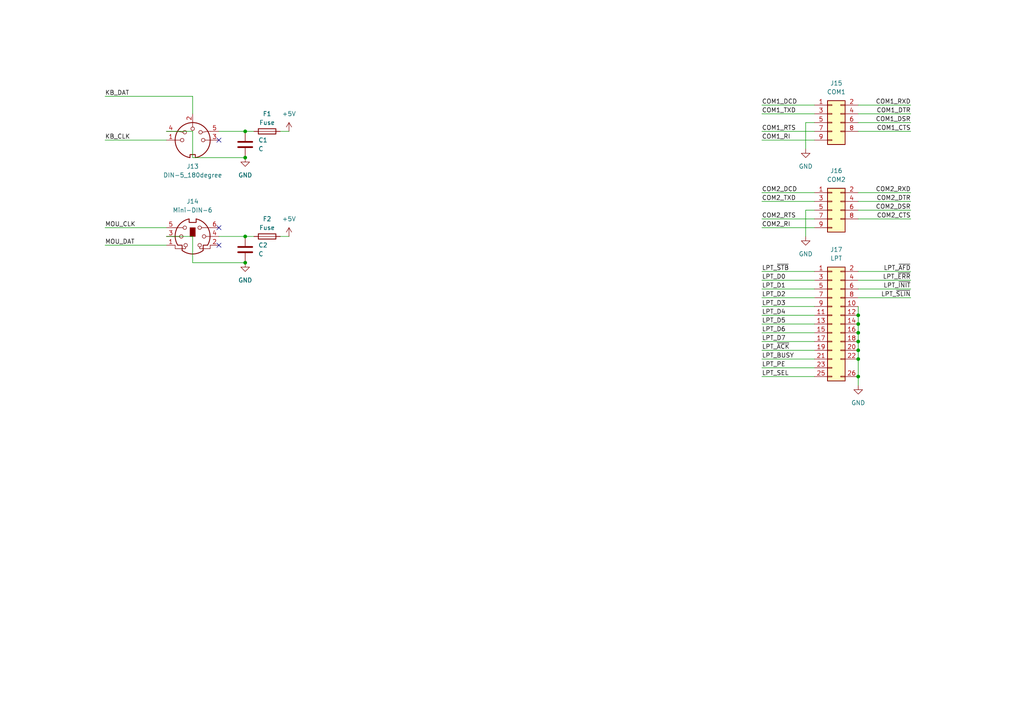
<source format=kicad_sch>
(kicad_sch (version 20230121) (generator eeschema)
  (paper "A4")
  (lib_symbols
    (symbol "Conn_2Rows-09Pins_1" (pin_names (offset 1.016) hide)
      (property "Reference" "J16" (at 1.27 11.43 0))
      (property "Value" "COM" (at 1.27 8.89 0))
      (symbol "Conn_2Rows-09Pins_1_1_1"
        (rectangle (start -1.27 -4.953) (end 0 -5.207) (stroke (width 0.1524)))
        (rectangle (start -1.27 -2.413) (end 0 -2.667) (stroke (width 0.1524)))
        (rectangle (start -1.27 0.127) (end 0 -0.127) (stroke (width 0.1524)))
        (rectangle (start -1.27 2.667) (end 0 2.413) (stroke (width 0.1524)))
        (rectangle (start -1.27 5.207) (end 0 4.953) (stroke (width 0.1524)))
        (rectangle (start -1.27 6.35) (end 3.81 -6.35) (stroke (width 0.254)) (fill (type background)))
        (rectangle (start 3.81 -2.413) (end 2.54 -2.667) (stroke (width 0.1524)))
        (rectangle (start 3.81 0.127) (end 2.54 -0.127) (stroke (width 0.1524)))
        (rectangle (start 3.81 2.667) (end 2.54 2.413) (stroke (width 0.1524)))
        (rectangle (start 3.81 5.207) (end 2.54 4.953) (stroke (width 0.1524)))
        (pin passive line (at -5.08 5.08 0) (length 3.81) (name "Pin_1") (number "1"))
        (pin passive line (at 7.62 5.08 180) (length 3.81) (name "Pin_2") (number "2"))
        (pin passive line (at -5.08 2.54 0) (length 3.81) (name "Pin_3") (number "3"))
        (pin passive line (at 7.62 2.54 180) (length 3.81) (name "Pin_4") (number "4"))
        (pin passive line (at -5.08 0 0) (length 3.81) (name "Pin_5") (number "5"))
        (pin passive line (at 7.62 0 180) (length 3.81) (name "Pin_6") (number "6"))
        (pin passive line (at -5.08 -2.54 0) (length 3.81) (name "Pin_7") (number "7"))
        (pin passive line (at 7.62 -2.54 180) (length 3.81) (name "Pin_8") (number "8"))
        (pin passive line (at -5.08 -5.08 0) (length 3.81) (name "Pin_9") (number "9"))
      )
    )
    (symbol "Connector:DIN-5_180degree" (pin_names (offset 1.016))
      (property "Reference" "J" (at 3.175 5.715 0))
      (property "Value" "DIN-5_180degree" (at 0 -6.35 0))
      (symbol "DIN-5_180degree_0_1"
        (arc (start -5.08 0) (mid -3.8609 -3.3364) (end -0.762 -5.08) (stroke (width 0.254)))
        (circle (center -3.048 0) (radius 0.508))
        (circle (center -2.286 2.286) (radius 0.508))
        (polyline (pts (xy -5.08 0) (xy -3.556 0)))
        (polyline (pts (xy 0 5.08) (xy 0 3.81)))
        (polyline (pts (xy 5.08 0) (xy 3.556 0)))
        (polyline (pts (xy -5.08 2.54) (xy -4.318 2.54) (xy -2.794 2.286)))
        (polyline (pts (xy 5.08 2.54) (xy 4.318 2.54) (xy 2.794 2.286)))
        (polyline (pts (xy -0.762 -4.953) (xy -0.762 -4.191) (xy 0.762 -4.191) (xy 0.762 -4.953)) (stroke (width 0.254)))
        (circle (center 0 3.302) (radius 0.508))
        (arc (start 0.762 -5.08) (mid 3.8685 -3.343) (end 5.08 0) (stroke (width 0.254)))
        (circle (center 2.286 2.286) (radius 0.508))
        (circle (center 3.048 0) (radius 0.508))
        (arc (start 5.08 0) (mid 0 5.0579) (end -5.08 0) (stroke (width 0.254)))
      )
      (symbol "DIN-5_180degree_1_1"
        (pin passive line (at -7.62 0 0) (length 2.54) (name "~") (number "1"))
        (pin passive line (at 0 7.62 270) (length 2.54) (name "~") (number "2"))
        (pin passive line (at 7.62 0 180) (length 2.54) (name "~") (number "3"))
        (pin passive line (at -7.62 2.54 0) (length 2.54) (name "~") (number "4"))
        (pin passive line (at 7.62 2.54 180) (length 2.54) (name "~") (number "5"))
      )
    )
    (symbol "Connector:Mini-DIN-6" (pin_names (offset 1.016))
      (property "Reference" "J" (at 0 6.35 0))
      (property "Value" "Mini-DIN-6" (at 0 -6.35 0))
      (symbol "Mini-DIN-6_0_1"
        (circle (center -3.302 0) (radius 0.508))
        (arc (start -3.048 -4.064) (mid 0 -5.08) (end 3.048 -4.064) (stroke (width 0.254)))
        (circle (center -2.032 -2.54) (radius 0.508))
        (circle (center -2.032 2.54) (radius 0.508))
        (arc (start -1.016 5.08) (mid -4.6228 2.1214) (end -4.318 -2.54) (stroke (width 0.254)))
        (rectangle (start -0.762 2.54) (end 0.762 0) (fill (type outline)))
        (polyline (pts (xy -3.81 0) (xy -5.08 0)))
        (polyline (pts (xy -2.54 2.54) (xy -5.08 2.54)))
        (polyline (pts (xy 2.794 2.54) (xy 5.08 2.54)))
        (polyline (pts (xy 5.08 0) (xy 3.81 0)))
        (polyline (pts (xy -4.318 -2.54) (xy -3.048 -2.54) (xy -3.048 -4.064)) (stroke (width 0.254)))
        (polyline (pts (xy 4.318 -2.54) (xy 3.048 -2.54) (xy 3.048 -4.064)) (stroke (width 0.254)))
        (polyline (pts (xy -2.032 -3.048) (xy -2.032 -3.556) (xy -5.08 -3.556) (xy -5.08 -2.54)))
        (polyline (pts (xy -1.016 5.08) (xy -1.016 4.064) (xy 1.016 4.064) (xy 1.016 5.08)) (stroke (width 0.254)))
        (polyline (pts (xy 2.032 -3.048) (xy 2.032 -3.556) (xy 5.08 -3.556) (xy 5.08 -2.54)))
        (circle (center 2.032 -2.54) (radius 0.508))
        (circle (center 2.286 2.54) (radius 0.508))
        (circle (center 3.302 0) (radius 0.508))
        (arc (start 4.318 -2.54) (mid 4.6661 2.1322) (end 1.016 5.08) (stroke (width 0.254)))
      )
      (symbol "Mini-DIN-6_1_1"
        (pin passive line (at 7.62 -2.54 180) (length 2.54) (name "~") (number "1"))
        (pin passive line (at -7.62 -2.54 0) (length 2.54) (name "~") (number "2"))
        (pin passive line (at 7.62 0 180) (length 2.54) (name "~") (number "3"))
        (pin passive line (at -7.62 0 0) (length 2.54) (name "~") (number "4"))
        (pin passive line (at 7.62 2.54 180) (length 2.54) (name "~") (number "5"))
        (pin passive line (at -7.62 2.54 0) (length 2.54) (name "~") (number "6"))
      )
    )
    (symbol "Connector_Generic:Conn_2Rows-25Pins" (pin_names (offset 1.016) hide)
      (property "Reference" "J17" (at 1.27 21.59 0))
      (property "Value" "LPT" (at 1.27 19.05 0))
      (symbol "Conn_2Rows-25Pins_1_1"
        (rectangle (start -1.27 -15.113) (end 0 -15.367) (stroke (width 0.1524)))
        (rectangle (start -1.27 -12.573) (end 0 -12.827) (stroke (width 0.1524)))
        (rectangle (start -1.27 -10.033) (end 0 -10.287) (stroke (width 0.1524)))
        (rectangle (start -1.27 -7.493) (end 0 -7.747) (stroke (width 0.1524)))
        (rectangle (start -1.27 -4.953) (end 0 -5.207) (stroke (width 0.1524)))
        (rectangle (start -1.27 -2.413) (end 0 -2.667) (stroke (width 0.1524)))
        (rectangle (start -1.27 0.127) (end 0 -0.127) (stroke (width 0.1524)))
        (rectangle (start -1.27 2.667) (end 0 2.413) (stroke (width 0.1524)))
        (rectangle (start -1.27 5.207) (end 0 4.953) (stroke (width 0.1524)))
        (rectangle (start -1.27 7.747) (end 0 7.493) (stroke (width 0.1524)))
        (rectangle (start -1.27 10.287) (end 0 10.033) (stroke (width 0.1524)))
        (rectangle (start -1.27 12.827) (end 0 12.573) (stroke (width 0.1524)))
        (rectangle (start -1.27 15.367) (end 0 15.113) (stroke (width 0.1524)))
        (rectangle (start -1.27 16.51) (end 3.81 -16.51) (stroke (width 0.254)) (fill (type background)))
        (rectangle (start 2.54 -15.113) (end 3.81 -15.367) (stroke (width 0.1524)))
        (rectangle (start 3.81 -10.033) (end 2.54 -10.287) (stroke (width 0.1524)))
        (rectangle (start 3.81 -7.493) (end 2.54 -7.747) (stroke (width 0.1524)))
        (rectangle (start 3.81 -4.953) (end 2.54 -5.207) (stroke (width 0.1524)))
        (rectangle (start 3.81 -2.413) (end 2.54 -2.667) (stroke (width 0.1524)))
        (rectangle (start 3.81 0.127) (end 2.54 -0.127) (stroke (width 0.1524)))
        (rectangle (start 3.81 2.667) (end 2.54 2.413) (stroke (width 0.1524)))
        (rectangle (start 3.81 5.207) (end 2.54 4.953) (stroke (width 0.1524)))
        (rectangle (start 3.81 7.747) (end 2.54 7.493) (stroke (width 0.1524)))
        (rectangle (start 3.81 10.287) (end 2.54 10.033) (stroke (width 0.1524)))
        (rectangle (start 3.81 12.827) (end 2.54 12.573) (stroke (width 0.1524)))
        (rectangle (start 3.81 15.367) (end 2.54 15.113) (stroke (width 0.1524)))
        (pin passive line (at -5.08 15.24 0) (length 3.81) (name "Pin_1") (number "1"))
        (pin passive line (at 7.62 5.08 180) (length 3.81) (name "Pin_10") (number "10"))
        (pin passive line (at -5.08 2.54 0) (length 3.81) (name "Pin_11") (number "11"))
        (pin passive line (at 7.62 2.54 180) (length 3.81) (name "Pin_12") (number "12"))
        (pin passive line (at -5.08 0 0) (length 3.81) (name "Pin_13") (number "13"))
        (pin passive line (at 7.62 0 180) (length 3.81) (name "Pin_14") (number "14"))
        (pin passive line (at -5.08 -2.54 0) (length 3.81) (name "Pin_15") (number "15"))
        (pin passive line (at 7.62 -2.54 180) (length 3.81) (name "Pin_16") (number "16"))
        (pin passive line (at -5.08 -5.08 0) (length 3.81) (name "Pin_17") (number "17"))
        (pin passive line (at 7.62 -5.08 180) (length 3.81) (name "Pin_18") (number "18"))
        (pin passive line (at -5.08 -7.62 0) (length 3.81) (name "Pin_19") (number "19"))
        (pin passive line (at 7.62 15.24 180) (length 3.81) (name "Pin_2") (number "2"))
        (pin passive line (at 7.62 -7.62 180) (length 3.81) (name "Pin_20") (number "20"))
        (pin passive line (at -5.08 -10.16 0) (length 3.81) (name "Pin_21") (number "21"))
        (pin passive line (at 7.62 -10.16 180) (length 3.81) (name "Pin_22") (number "22"))
        (pin passive line (at -5.08 -12.7 0) (length 3.81) (name "Pin_23") (number "23"))
        (pin passive line (at -5.08 -15.24 0) (length 3.81) (name "Pin_25") (number "25"))
        (pin passive line (at 7.62 -15.24 180) (length 3.81) (name "Pin_26") (number "26"))
        (pin passive line (at -5.08 12.7 0) (length 3.81) (name "Pin_3") (number "3"))
        (pin passive line (at 7.62 12.7 180) (length 3.81) (name "Pin_4") (number "4"))
        (pin passive line (at -5.08 10.16 0) (length 3.81) (name "Pin_5") (number "5"))
        (pin passive line (at 7.62 10.16 180) (length 3.81) (name "Pin_6") (number "6"))
        (pin passive line (at -5.08 7.62 0) (length 3.81) (name "Pin_7") (number "7"))
        (pin passive line (at 7.62 7.62 180) (length 3.81) (name "Pin_8") (number "8"))
        (pin passive line (at -5.08 5.08 0) (length 3.81) (name "Pin_9") (number "9"))
      )
    )
    (symbol "Device:C" (pin_numbers hide) (pin_names (offset 0.254))
      (property "Reference" "C" (at 0.635 2.54 0))
      (property "Value" "C" (at 0.635 -2.54 0))
      (symbol "C_0_1"
        (polyline (pts (xy -2.032 -0.762) (xy 2.032 -0.762)) (stroke (width 0.508)))
        (polyline (pts (xy -2.032 0.762) (xy 2.032 0.762)) (stroke (width 0.508)))
      )
      (symbol "C_1_1"
        (pin passive line (at 0 3.81 270) (length 2.794) (name "~") (number "1"))
        (pin passive line (at 0 -3.81 90) (length 2.794) (name "~") (number "2"))
      )
    )
    (symbol "Device:Fuse" (pin_numbers hide) (pin_names (offset 0))
      (property "Reference" "F" (at 2.032 0 90))
      (property "Value" "Fuse" (at -1.905 0 90))
      (symbol "Fuse_0_1"
        (rectangle (start -0.762 -2.54) (end 0.762 2.54) (stroke (width 0.254)))
        (polyline (pts (xy 0 2.54) (xy 0 -2.54)))
      )
      (symbol "Fuse_1_1"
        (pin passive line (at 0 3.81 270) (length 1.27) (name "~") (number "1"))
        (pin passive line (at 0 -3.81 90) (length 1.27) (name "~") (number "2"))
      )
    )
    (symbol "power:+5V" (power) (pin_names (offset 0))
      (property "Value" "+5V" (at 0 3.556 0))
      (symbol "+5V_0_1"
        (polyline (pts (xy -0.762 1.27) (xy 0 2.54)))
        (polyline (pts (xy 0 0) (xy 0 2.54)))
        (polyline (pts (xy 0 2.54) (xy 0.762 1.27)))
      )
      (symbol "+5V_1_1"
        (pin power_in line (at 0 0 90) (length 0) hide (name "+5V") (number "1"))
      )
    )
    (symbol "power:GND" (power) (pin_names (offset 0))
      (property "Value" "GND" (at 0 -3.81 0))
      (symbol "GND_0_1"
        (polyline (pts (xy 0 0) (xy 0 -1.27) (xy 1.27 -1.27) (xy 0 -2.54) (xy -1.27 -1.27) (xy 0 -1.27)))
      )
      (symbol "GND_1_1"
        (pin power_in line (at 0 0 270) (length 0) hide (name "GND") (number "1"))
      )
    )
  )
  (junction (at 248.92 91.44))
  (junction (at 248.92 101.6))
  (junction (at 71.12 76.2))
  (junction (at 71.12 45.72))
  (junction (at 248.92 104.14))
  (junction (at 248.92 99.06))
  (junction (at 248.92 93.98))
  (junction (at 248.92 109.22))
  (junction (at 71.12 38.1))
  (junction (at 71.12 68.58))
  (junction (at 248.92 96.52))
  (no_connect (at 63.5 71.12))
  (no_connect (at 63.5 40.64))
  (no_connect (at 63.5 66.04))
  (wire (pts (xy 220.98 55.88) (xy 236.22 55.88)))
  (wire (pts (xy 248.92 96.52) (xy 248.92 99.06)))
  (wire (pts (xy 81.28 38.1) (xy 83.82 38.1)))
  (wire (pts (xy 55.88 76.2) (xy 71.12 76.2)))
  (wire (pts (xy 248.92 78.74) (xy 264.16 78.74)))
  (wire (pts (xy 220.98 93.98) (xy 236.22 93.98)))
  (wire (pts (xy 220.98 96.52) (xy 236.22 96.52)))
  (wire (pts (xy 220.98 33.02) (xy 236.22 33.02)))
  (wire (pts (xy 236.22 60.96) (xy 233.68 60.96)))
  (wire (pts (xy 220.98 109.22) (xy 236.22 109.22)))
  (wire (pts (xy 55.88 45.72) (xy 71.12 45.72)))
  (wire (pts (xy 220.98 91.44) (xy 236.22 91.44)))
  (wire (pts (xy 71.12 68.58) (xy 73.66 68.58)))
  (wire (pts (xy 55.88 38.1) (xy 55.88 45.72)))
  (wire (pts (xy 220.98 81.28) (xy 236.22 81.28)))
  (wire (pts (xy 30.48 27.94) (xy 55.88 27.94)))
  (wire (pts (xy 248.92 63.5) (xy 264.16 63.5)))
  (wire (pts (xy 30.48 71.12) (xy 48.26 71.12)))
  (wire (pts (xy 30.48 66.04) (xy 48.26 66.04)))
  (wire (pts (xy 248.92 93.98) (xy 248.92 96.52)))
  (wire (pts (xy 220.98 63.5) (xy 236.22 63.5)))
  (wire (pts (xy 248.92 38.1) (xy 264.16 38.1)))
  (wire (pts (xy 220.98 101.6) (xy 236.22 101.6)))
  (wire (pts (xy 248.92 88.9) (xy 248.92 91.44)))
  (wire (pts (xy 248.92 86.36) (xy 264.16 86.36)))
  (wire (pts (xy 220.98 88.9) (xy 236.22 88.9)))
  (wire (pts (xy 248.92 83.82) (xy 264.16 83.82)))
  (wire (pts (xy 248.92 33.02) (xy 264.16 33.02)))
  (wire (pts (xy 63.5 38.1) (xy 71.12 38.1)))
  (wire (pts (xy 248.92 81.28) (xy 264.16 81.28)))
  (wire (pts (xy 55.88 76.2) (xy 55.88 68.58)))
  (wire (pts (xy 233.68 35.56) (xy 233.68 43.18)))
  (wire (pts (xy 220.98 30.48) (xy 236.22 30.48)))
  (wire (pts (xy 248.92 99.06) (xy 248.92 101.6)))
  (wire (pts (xy 71.12 38.1) (xy 73.66 38.1)))
  (wire (pts (xy 220.98 104.14) (xy 236.22 104.14)))
  (wire (pts (xy 233.68 60.96) (xy 233.68 68.58)))
  (wire (pts (xy 220.98 78.74) (xy 236.22 78.74)))
  (wire (pts (xy 220.98 40.64) (xy 236.22 40.64)))
  (wire (pts (xy 55.88 68.58) (xy 48.26 68.58)))
  (wire (pts (xy 248.92 60.96) (xy 264.16 60.96)))
  (wire (pts (xy 220.98 38.1) (xy 236.22 38.1)))
  (wire (pts (xy 248.92 30.48) (xy 264.16 30.48)))
  (wire (pts (xy 220.98 86.36) (xy 236.22 86.36)))
  (wire (pts (xy 220.98 106.68) (xy 236.22 106.68)))
  (wire (pts (xy 248.92 104.14) (xy 248.92 109.22)))
  (wire (pts (xy 220.98 66.04) (xy 236.22 66.04)))
  (wire (pts (xy 220.98 83.82) (xy 236.22 83.82)))
  (wire (pts (xy 248.92 35.56) (xy 264.16 35.56)))
  (wire (pts (xy 55.88 33.02) (xy 55.88 27.94)))
  (wire (pts (xy 81.28 68.58) (xy 83.82 68.58)))
  (wire (pts (xy 248.92 101.6) (xy 248.92 104.14)))
  (wire (pts (xy 48.26 38.1) (xy 55.88 38.1)))
  (wire (pts (xy 220.98 99.06) (xy 236.22 99.06)))
  (wire (pts (xy 248.92 91.44) (xy 248.92 93.98)))
  (wire (pts (xy 30.48 40.64) (xy 48.26 40.64)))
  (wire (pts (xy 248.92 58.42) (xy 264.16 58.42)))
  (wire (pts (xy 248.92 109.22) (xy 248.92 111.76)))
  (wire (pts (xy 248.92 55.88) (xy 264.16 55.88)))
  (wire (pts (xy 236.22 35.56) (xy 233.68 35.56)))
  (wire (pts (xy 63.5 68.58) (xy 71.12 68.58)))
  (wire (pts (xy 220.98 58.42) (xy 236.22 58.42)))
  (label "LPT_SEL" (at 220.98 109.22 0))
  (label "LPT_D5" (at 220.98 93.98 0))
  (label "LPT_D6" (at 220.98 96.52 0))
  (label "COM2_DCD" (at 220.98 55.88 0))
  (label "COM2_RI" (at 220.98 66.04 0))
  (label "LPT_D3" (at 220.98 88.9 0))
  (label "LPT_PE" (at 220.98 106.68 0))
  (label "LPT_D7" (at 220.98 99.06 0))
  (label "KB_DAT" (at 30.48 27.94 0))
  (label "COM1_DCD" (at 220.98 30.48 0))
  (label "COM2_DTR" (at 264.16 58.42 180))
  (label "LPT_~{INIT}" (at 264.16 83.82 180))
  (label "COM1_DSR" (at 264.16 35.56 180))
  (label "LPT_BUSY" (at 220.98 104.14 0))
  (label "COM1_DTR" (at 264.16 33.02 180))
  (label "COM1_RTS" (at 220.98 38.1 0))
  (label "COM1_TXD" (at 220.98 33.02 0))
  (label "LPT_D4" (at 220.98 91.44 0))
  (label "COM1_RI" (at 220.98 40.64 0))
  (label "COM2_DSR" (at 264.16 60.96 180))
  (label "COM2_RXD" (at 264.16 55.88 180))
  (label "LPT_D1" (at 220.98 83.82 0))
  (label "LPT_~{AFD}" (at 264.16 78.74 180))
  (label "LPT_~{ERR}" (at 264.16 81.28 180))
  (label "LPT_~{ACK}" (at 220.98 101.6 0))
  (label "LPT_~{STB}" (at 220.98 78.74 0))
  (label "KB_CLK" (at 30.48 40.64 0))
  (label "COM1_CTS" (at 264.16 38.1 180))
  (label "MOU_DAT" (at 30.48 71.12 0))
  (label "LPT_~{SLIN}" (at 264.16 86.36 180))
  (label "MOU_CLK" (at 30.48 66.04 0))
  (label "COM1_RXD" (at 264.16 30.48 180))
  (label "COM2_RTS" (at 220.98 63.5 0))
  (label "COM2_TXD" (at 220.98 58.42 0))
  (label "COM2_CTS" (at 264.16 63.5 180))
  (label "LPT_D0" (at 220.98 81.28 0))
  (label "LPT_D2" (at 220.98 86.36 0))
  (symbol (lib_id "power:GND") (at 71.12 45.72 0) (unit 1)
    (property "Reference" "#PWR010" (effects hide))
    (property "Value" "GND" (at 71.12 50.8 0))
    (instances (project "68040pc" (path "" (reference "#PWR010") (unit 1)) (path "" (reference "#PWR09") (unit 1))))
  )
  (symbol (lib_id "Device:Fuse") (at 77.47 68.58 90) (unit 1)
    (property "Reference" "F2" (at 77.47 63.5 90))
    (property "Value" "Fuse" (at 77.47 66.04 90))
  )
  (symbol (lib_id "Device:C") (at 71.12 72.39 0) (unit 1)
    (property "Reference" "C2" (at 74.93 71.12 0) (effects (justify left)))
    (property "Value" "C" (at 74.93 73.66 0) (effects (justify left)))
    (property "Footprint" "Capacitor_SMD:C_0603_1608Metric" (effects hide))
  )
  (symbol (lib_id "power:GND") (at 71.12 76.2 0) (unit 1)
    (property "Reference" "#PWR017" (effects hide))
    (property "Value" "GND" (at 71.12 81.28 0))
    (instances (project "68040pc" (path "" (reference "#PWR017") (unit 1)) (path "" (reference "#PWR010") (unit 1))))
  )
  (symbol (lib_id "power:GND") (at 233.68 68.58 0) (unit 1)
    (property "Reference" "#PWR021" (effects hide))
    (property "Value" "GND" (at 233.68 73.66 0))
    (instances (project "68040pc" (path "" (reference "#PWR021") (unit 1)) (path "" (reference "#PWR020") (unit 1))))
  )
  (symbol (lib_id "power:+5V") (at 83.82 38.1 0) (unit 1)
    (property "Reference" "#PWR09" (effects hide))
    (property "Value" "+5V" (at 83.82 33.02 0))
    (instances (project "68040pc" (path "" (reference "#PWR09") (unit 1)) (path "" (reference "#PWR017") (unit 1))))
  )
  (symbol (lib_id "Device:C") (at 71.12 41.91 0) (unit 1)
    (property "Reference" "C1" (at 74.93 40.64 0) (effects (justify left)))
    (property "Value" "C" (at 74.93 43.18 0) (effects (justify left)))
    (property "Footprint" "Capacitor_SMD:C_0603_1608Metric" (effects hide))
  )
  (symbol (lib_name "Conn_2Rows-09Pins_1") (lib_id "Connector_Generic:Conn_2Rows-09Pins") (at 241.3 60.96 0) (unit 1)
    (property "Reference" "J16" (at 242.57 49.53 0))
    (property "Value" "COM2" (at 242.57 52.07 0))
    (property "Footprint" "Connector_PinHeader_2.54mm:PinHeader_2x05_P2.54mm_Vertical" (effects hide))
  )
  (symbol (lib_name "Conn_2Rows-09Pins_1") (lib_id "Connector_Generic:Conn_2Rows-09Pins") (at 241.3 35.56 0) (unit 1)
    (property "Reference" "J15" (at 242.57 24.13 0))
    (property "Value" "COM1" (at 242.57 26.67 0))
    (property "Footprint" "Connector_PinHeader_2.54mm:PinHeader_2x05_P2.54mm_Vertical" (effects hide))
  )
  (symbol (lib_id "power:+5V") (at 83.82 68.58 0) (unit 1)
    (property "Reference" "#PWR018" (effects hide))
    (property "Value" "+5V" (at 83.82 63.5 0))
  )
  (symbol (lib_id "Connector:Mini-DIN-6") (at 55.88 68.58 0) (mirror y) (unit 1)
    (property "Reference" "J14" (at 55.8623 58.42 0))
    (property "Value" "Mini-DIN-6" (at 55.8623 60.96 0))
    (property "Footprint" "68040:Mini-DIN6" (effects hide))
    (property "Datasheet" "http://service.powerdynamics.com/ec/Catalog17/Section%2011.pdf" (effects hide))
  )
  (symbol (lib_id "Connector_Generic:Conn_2Rows-25Pins") (at 241.3 93.98 0) (unit 1)
    (property "Reference" "J17" (at 242.57 72.39 0))
    (property "Value" "LPT" (at 242.57 74.93 0))
    (property "Footprint" "Connector_PinHeader_2.54mm:PinHeader_2x13_P2.54mm_Vertical" (effects hide))
  )
  (symbol (lib_id "Connector:DIN-5_180degree") (at 55.88 40.64 0) (unit 1)
    (property "Reference" "J13" (at 55.8801 48.26 0))
    (property "Value" "DIN-5_180degree" (at 55.8801 50.8 0))
    (property "Footprint" "68040:DIN5-180" (effects hide))
    (property "Datasheet" "http://www.mouser.com/ds/2/18/40_c091_abd_e-75918.pdf" (effects hide))
  )
  (symbol (lib_id "power:GND") (at 248.92 111.76 0) (unit 1)
    (property "Reference" "#PWR019" (effects hide))
    (property "Value" "GND" (at 248.92 116.84 0))
    (instances (project "68040pc" (path "" (reference "#PWR019") (unit 1)) (path "" (reference "#PWR021") (unit 1))))
  )
  (symbol (lib_id "Device:Fuse") (at 77.47 38.1 90) (unit 1)
    (property "Reference" "F1" (at 77.47 33.02 90))
    (property "Value" "Fuse" (at 77.47 35.56 90))
  )
  (symbol (lib_id "power:GND") (at 233.68 43.18 0) (unit 1)
    (property "Reference" "#PWR020" (effects hide))
    (property "Value" "GND" (at 233.68 48.26 0))
    (instances (project "68040pc" (path "" (reference "#PWR020") (unit 1)) (path "" (reference "#PWR019") (unit 1))))
  )
)
</source>
